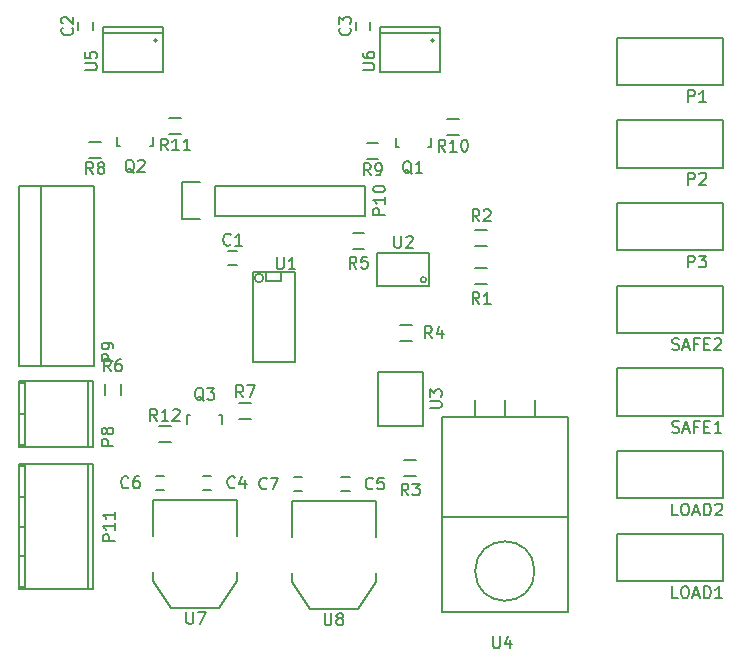
<source format=gto>
G04 #@! TF.FileFunction,Legend,Top*
%FSLAX46Y46*%
G04 Gerber Fmt 4.6, Leading zero omitted, Abs format (unit mm)*
G04 Created by KiCad (PCBNEW 4.0.5) date 02/23/17 22:12:15*
%MOMM*%
%LPD*%
G01*
G04 APERTURE LIST*
%ADD10C,0.100000*%
%ADD11C,0.150000*%
G04 APERTURE END LIST*
D10*
D11*
X138300000Y-94250000D02*
X137600000Y-94250000D01*
X137600000Y-93050000D02*
X138300000Y-93050000D01*
X126100000Y-73650000D02*
X126100000Y-74350000D01*
X124900000Y-74350000D02*
X124900000Y-73650000D01*
X149600000Y-73650000D02*
X149600000Y-74350000D01*
X148400000Y-74350000D02*
X148400000Y-73650000D01*
X135450000Y-112100000D02*
X136150000Y-112100000D01*
X136150000Y-113300000D02*
X135450000Y-113300000D01*
X147150000Y-112200000D02*
X147850000Y-112200000D01*
X147850000Y-113400000D02*
X147150000Y-113400000D01*
X132150000Y-113300000D02*
X131450000Y-113300000D01*
X131450000Y-112100000D02*
X132150000Y-112100000D01*
X143850000Y-113400000D02*
X143150000Y-113400000D01*
X143150000Y-112200000D02*
X143850000Y-112200000D01*
X170500000Y-117000000D02*
X179500000Y-117000000D01*
X179500000Y-117000000D02*
X179500000Y-121000000D01*
X179500000Y-121000000D02*
X170500000Y-121000000D01*
X170500000Y-121000000D02*
X170500000Y-117000000D01*
X170500000Y-110000000D02*
X179500000Y-110000000D01*
X179500000Y-110000000D02*
X179500000Y-114000000D01*
X179500000Y-114000000D02*
X170500000Y-114000000D01*
X170500000Y-114000000D02*
X170500000Y-110000000D01*
X170500000Y-75000000D02*
X179500000Y-75000000D01*
X179500000Y-75000000D02*
X179500000Y-79000000D01*
X179500000Y-79000000D02*
X170500000Y-79000000D01*
X170500000Y-79000000D02*
X170500000Y-75000000D01*
X170500000Y-82000000D02*
X179500000Y-82000000D01*
X179500000Y-82000000D02*
X179500000Y-86000000D01*
X179500000Y-86000000D02*
X170500000Y-86000000D01*
X170500000Y-86000000D02*
X170500000Y-82000000D01*
X170500000Y-89000000D02*
X179500000Y-89000000D01*
X179500000Y-89000000D02*
X179500000Y-93000000D01*
X179500000Y-93000000D02*
X170500000Y-93000000D01*
X170500000Y-93000000D02*
X170500000Y-89000000D01*
X120399040Y-109669080D02*
X120399040Y-104070920D01*
X119901200Y-104269040D02*
X120399040Y-104269040D01*
X120399040Y-109470960D02*
X119901200Y-109470960D01*
X119901200Y-106870000D02*
X120399040Y-106870000D01*
X125700020Y-104070920D02*
X125700020Y-109669080D01*
X119901200Y-104070920D02*
X119901200Y-109669080D01*
X119901200Y-109669080D02*
X126098800Y-109669080D01*
X126098800Y-109669080D02*
X126098800Y-104070920D01*
X126098800Y-104070920D02*
X119901200Y-104070920D01*
X126175000Y-95200000D02*
X126175000Y-87580000D01*
X121730000Y-95200000D02*
X121730000Y-87580000D01*
X119825000Y-95200000D02*
X119825000Y-87580000D01*
X119825000Y-102820000D02*
X126175000Y-102820000D01*
X119825000Y-87580000D02*
X126175000Y-87580000D01*
X121730000Y-95200000D02*
X121730000Y-102820000D01*
X119825000Y-102820000D02*
X119825000Y-95200000D01*
X126175000Y-95200000D02*
X126175000Y-102820000D01*
X136470000Y-87530000D02*
X149170000Y-87530000D01*
X149170000Y-87530000D02*
X149170000Y-90070000D01*
X149170000Y-90070000D02*
X136470000Y-90070000D01*
X133650000Y-87250000D02*
X135200000Y-87250000D01*
X136470000Y-87530000D02*
X136470000Y-90070000D01*
X135200000Y-90350000D02*
X133650000Y-90350000D01*
X133650000Y-90350000D02*
X133650000Y-87250000D01*
X126098800Y-121710980D02*
X126098800Y-111109020D01*
X125700020Y-111109020D02*
X125700020Y-121710980D01*
X120399040Y-111109020D02*
X120399040Y-121710980D01*
X119901200Y-121710980D02*
X119901200Y-111109020D01*
X120399040Y-118906820D02*
X119901200Y-118906820D01*
X120399040Y-116410000D02*
X119901200Y-116410000D01*
X119901200Y-111312220D02*
X120399040Y-111312220D01*
X120399040Y-121510320D02*
X119901200Y-121510320D01*
X119901200Y-113913180D02*
X120399040Y-113913180D01*
X119901200Y-121708440D02*
X126098800Y-121708440D01*
X126098800Y-111114100D02*
X119901200Y-111114100D01*
X151969888Y-84225240D02*
X152018148Y-84225240D01*
X154768868Y-83524200D02*
X154768868Y-84225240D01*
X154768868Y-84225240D02*
X154519948Y-84225240D01*
X151969888Y-84225240D02*
X151769228Y-84225240D01*
X151769228Y-84225240D02*
X151769228Y-83524200D01*
X128400840Y-84150240D02*
X128449100Y-84150240D01*
X131199820Y-83449200D02*
X131199820Y-84150240D01*
X131199820Y-84150240D02*
X130950900Y-84150240D01*
X128400840Y-84150240D02*
X128200180Y-84150240D01*
X128200180Y-84150240D02*
X128200180Y-83449200D01*
X136870112Y-106974760D02*
X136821852Y-106974760D01*
X134071132Y-107675800D02*
X134071132Y-106974760D01*
X134071132Y-106974760D02*
X134320052Y-106974760D01*
X136870112Y-106974760D02*
X137070772Y-106974760D01*
X137070772Y-106974760D02*
X137070772Y-107675800D01*
X158500000Y-94525000D02*
X159500000Y-94525000D01*
X159500000Y-95875000D02*
X158500000Y-95875000D01*
X159500000Y-92675000D02*
X158500000Y-92675000D01*
X158500000Y-91325000D02*
X159500000Y-91325000D01*
X152500000Y-110725000D02*
X153500000Y-110725000D01*
X153500000Y-112075000D02*
X152500000Y-112075000D01*
X152100000Y-99325000D02*
X153100000Y-99325000D01*
X153100000Y-100675000D02*
X152100000Y-100675000D01*
X148100000Y-91525000D02*
X149100000Y-91525000D01*
X149100000Y-92875000D02*
X148100000Y-92875000D01*
X127125000Y-105300000D02*
X127125000Y-104300000D01*
X128475000Y-104300000D02*
X128475000Y-105300000D01*
X139500000Y-107275000D02*
X138500000Y-107275000D01*
X138500000Y-105925000D02*
X139500000Y-105925000D01*
X125800000Y-83825000D02*
X126800000Y-83825000D01*
X126800000Y-85175000D02*
X125800000Y-85175000D01*
X149300000Y-83925000D02*
X150300000Y-83925000D01*
X150300000Y-85275000D02*
X149300000Y-85275000D01*
X157100000Y-83275000D02*
X156100000Y-83275000D01*
X156100000Y-81925000D02*
X157100000Y-81925000D01*
X133600000Y-83175000D02*
X132600000Y-83175000D01*
X132600000Y-81825000D02*
X133600000Y-81825000D01*
X131700000Y-107925000D02*
X132700000Y-107925000D01*
X132700000Y-109275000D02*
X131700000Y-109275000D01*
X170500000Y-103000000D02*
X179500000Y-103000000D01*
X179500000Y-103000000D02*
X179500000Y-107000000D01*
X179500000Y-107000000D02*
X170500000Y-107000000D01*
X170500000Y-107000000D02*
X170500000Y-103000000D01*
X170500000Y-96000000D02*
X179500000Y-96000000D01*
X179500000Y-96000000D02*
X179500000Y-100000000D01*
X179500000Y-100000000D02*
X170500000Y-100000000D01*
X170500000Y-100000000D02*
X170500000Y-96000000D01*
X143228000Y-102460000D02*
X143228000Y-94840000D01*
X139672000Y-94840000D02*
X139672000Y-102460000D01*
X143228000Y-102460000D02*
X139672000Y-102460000D01*
X139672000Y-94840000D02*
X143228000Y-94840000D01*
X140539210Y-95348000D02*
G75*
G03X140539210Y-95348000I-359210J0D01*
G01*
X142085000Y-94840000D02*
X142085000Y-95602000D01*
X142085000Y-95602000D02*
X140815000Y-95602000D01*
X140815000Y-95602000D02*
X140815000Y-94840000D01*
X154323607Y-95500000D02*
G75*
G03X154323607Y-95500000I-223607J0D01*
G01*
X154600000Y-96000000D02*
X154600000Y-93200000D01*
X154600000Y-93200000D02*
X150200000Y-93200000D01*
X150200000Y-93200000D02*
X150200000Y-96000000D01*
X150200000Y-96000000D02*
X154600000Y-96000000D01*
X150300000Y-103350000D02*
X150300000Y-107850000D01*
X150300000Y-107850000D02*
X154050000Y-107850000D01*
X150300000Y-103350000D02*
X154050000Y-103350000D01*
X154050000Y-103350000D02*
X154050000Y-107850000D01*
X163540000Y-107083000D02*
X163540000Y-105686000D01*
X161000000Y-107083000D02*
X161000000Y-105686000D01*
X158460000Y-107083000D02*
X158460000Y-105686000D01*
X163514472Y-120164000D02*
G75*
G03X163514472Y-120164000I-2514472J0D01*
G01*
X155666000Y-115592000D02*
X155666000Y-123593000D01*
X155666000Y-123593000D02*
X166334000Y-123593000D01*
X166334000Y-123593000D02*
X166334000Y-115592000D01*
X155666000Y-107083000D02*
X155666000Y-115592000D01*
X155666000Y-115592000D02*
X166334000Y-115592000D01*
X166334000Y-115592000D02*
X166334000Y-107083000D01*
X161000000Y-107083000D02*
X166334000Y-107083000D01*
X161000000Y-107083000D02*
X155666000Y-107083000D01*
X131532000Y-75238000D02*
G75*
G03X131532000Y-75238000I-127000J0D01*
G01*
X132040000Y-74603000D02*
X126960000Y-74603000D01*
X132040000Y-77905000D02*
X126960000Y-77905000D01*
X132040000Y-74095000D02*
X126960000Y-74095000D01*
X132040000Y-74095000D02*
X132040000Y-77905000D01*
X126960000Y-74095000D02*
X126960000Y-77905000D01*
X155032000Y-75238000D02*
G75*
G03X155032000Y-75238000I-127000J0D01*
G01*
X155540000Y-74603000D02*
X150460000Y-74603000D01*
X155540000Y-77905000D02*
X150460000Y-77905000D01*
X155540000Y-74095000D02*
X150460000Y-74095000D01*
X155540000Y-74095000D02*
X155540000Y-77905000D01*
X150460000Y-74095000D02*
X150460000Y-77905000D01*
X138356000Y-117176000D02*
X138356000Y-114128000D01*
X138356000Y-114128000D02*
X131244000Y-114128000D01*
X131244000Y-114128000D02*
X131244000Y-117176000D01*
X138356000Y-120224000D02*
X138356000Y-120986000D01*
X138356000Y-120986000D02*
X136832000Y-123272000D01*
X136832000Y-123272000D02*
X132768000Y-123272000D01*
X132768000Y-123272000D02*
X131244000Y-120986000D01*
X131244000Y-120986000D02*
X131244000Y-120224000D01*
X150056000Y-117276000D02*
X150056000Y-114228000D01*
X150056000Y-114228000D02*
X142944000Y-114228000D01*
X142944000Y-114228000D02*
X142944000Y-117276000D01*
X150056000Y-120324000D02*
X150056000Y-121086000D01*
X150056000Y-121086000D02*
X148532000Y-123372000D01*
X148532000Y-123372000D02*
X144468000Y-123372000D01*
X144468000Y-123372000D02*
X142944000Y-121086000D01*
X142944000Y-121086000D02*
X142944000Y-120324000D01*
X137783334Y-92507143D02*
X137735715Y-92554762D01*
X137592858Y-92602381D01*
X137497620Y-92602381D01*
X137354762Y-92554762D01*
X137259524Y-92459524D01*
X137211905Y-92364286D01*
X137164286Y-92173810D01*
X137164286Y-92030952D01*
X137211905Y-91840476D01*
X137259524Y-91745238D01*
X137354762Y-91650000D01*
X137497620Y-91602381D01*
X137592858Y-91602381D01*
X137735715Y-91650000D01*
X137783334Y-91697619D01*
X138735715Y-92602381D02*
X138164286Y-92602381D01*
X138450000Y-92602381D02*
X138450000Y-91602381D01*
X138354762Y-91745238D01*
X138259524Y-91840476D01*
X138164286Y-91888095D01*
X124357143Y-74166666D02*
X124404762Y-74214285D01*
X124452381Y-74357142D01*
X124452381Y-74452380D01*
X124404762Y-74595238D01*
X124309524Y-74690476D01*
X124214286Y-74738095D01*
X124023810Y-74785714D01*
X123880952Y-74785714D01*
X123690476Y-74738095D01*
X123595238Y-74690476D01*
X123500000Y-74595238D01*
X123452381Y-74452380D01*
X123452381Y-74357142D01*
X123500000Y-74214285D01*
X123547619Y-74166666D01*
X123547619Y-73785714D02*
X123500000Y-73738095D01*
X123452381Y-73642857D01*
X123452381Y-73404761D01*
X123500000Y-73309523D01*
X123547619Y-73261904D01*
X123642857Y-73214285D01*
X123738095Y-73214285D01*
X123880952Y-73261904D01*
X124452381Y-73833333D01*
X124452381Y-73214285D01*
X147857143Y-74166666D02*
X147904762Y-74214285D01*
X147952381Y-74357142D01*
X147952381Y-74452380D01*
X147904762Y-74595238D01*
X147809524Y-74690476D01*
X147714286Y-74738095D01*
X147523810Y-74785714D01*
X147380952Y-74785714D01*
X147190476Y-74738095D01*
X147095238Y-74690476D01*
X147000000Y-74595238D01*
X146952381Y-74452380D01*
X146952381Y-74357142D01*
X147000000Y-74214285D01*
X147047619Y-74166666D01*
X146952381Y-73833333D02*
X146952381Y-73214285D01*
X147333333Y-73547619D01*
X147333333Y-73404761D01*
X147380952Y-73309523D01*
X147428571Y-73261904D01*
X147523810Y-73214285D01*
X147761905Y-73214285D01*
X147857143Y-73261904D01*
X147904762Y-73309523D01*
X147952381Y-73404761D01*
X147952381Y-73690476D01*
X147904762Y-73785714D01*
X147857143Y-73833333D01*
X138133334Y-113057143D02*
X138085715Y-113104762D01*
X137942858Y-113152381D01*
X137847620Y-113152381D01*
X137704762Y-113104762D01*
X137609524Y-113009524D01*
X137561905Y-112914286D01*
X137514286Y-112723810D01*
X137514286Y-112580952D01*
X137561905Y-112390476D01*
X137609524Y-112295238D01*
X137704762Y-112200000D01*
X137847620Y-112152381D01*
X137942858Y-112152381D01*
X138085715Y-112200000D01*
X138133334Y-112247619D01*
X138990477Y-112485714D02*
X138990477Y-113152381D01*
X138752381Y-112104762D02*
X138514286Y-112819048D01*
X139133334Y-112819048D01*
X149833334Y-113157143D02*
X149785715Y-113204762D01*
X149642858Y-113252381D01*
X149547620Y-113252381D01*
X149404762Y-113204762D01*
X149309524Y-113109524D01*
X149261905Y-113014286D01*
X149214286Y-112823810D01*
X149214286Y-112680952D01*
X149261905Y-112490476D01*
X149309524Y-112395238D01*
X149404762Y-112300000D01*
X149547620Y-112252381D01*
X149642858Y-112252381D01*
X149785715Y-112300000D01*
X149833334Y-112347619D01*
X150738096Y-112252381D02*
X150261905Y-112252381D01*
X150214286Y-112728571D01*
X150261905Y-112680952D01*
X150357143Y-112633333D01*
X150595239Y-112633333D01*
X150690477Y-112680952D01*
X150738096Y-112728571D01*
X150785715Y-112823810D01*
X150785715Y-113061905D01*
X150738096Y-113157143D01*
X150690477Y-113204762D01*
X150595239Y-113252381D01*
X150357143Y-113252381D01*
X150261905Y-113204762D01*
X150214286Y-113157143D01*
X129133334Y-113057143D02*
X129085715Y-113104762D01*
X128942858Y-113152381D01*
X128847620Y-113152381D01*
X128704762Y-113104762D01*
X128609524Y-113009524D01*
X128561905Y-112914286D01*
X128514286Y-112723810D01*
X128514286Y-112580952D01*
X128561905Y-112390476D01*
X128609524Y-112295238D01*
X128704762Y-112200000D01*
X128847620Y-112152381D01*
X128942858Y-112152381D01*
X129085715Y-112200000D01*
X129133334Y-112247619D01*
X129990477Y-112152381D02*
X129800000Y-112152381D01*
X129704762Y-112200000D01*
X129657143Y-112247619D01*
X129561905Y-112390476D01*
X129514286Y-112580952D01*
X129514286Y-112961905D01*
X129561905Y-113057143D01*
X129609524Y-113104762D01*
X129704762Y-113152381D01*
X129895239Y-113152381D01*
X129990477Y-113104762D01*
X130038096Y-113057143D01*
X130085715Y-112961905D01*
X130085715Y-112723810D01*
X130038096Y-112628571D01*
X129990477Y-112580952D01*
X129895239Y-112533333D01*
X129704762Y-112533333D01*
X129609524Y-112580952D01*
X129561905Y-112628571D01*
X129514286Y-112723810D01*
X140833334Y-113157143D02*
X140785715Y-113204762D01*
X140642858Y-113252381D01*
X140547620Y-113252381D01*
X140404762Y-113204762D01*
X140309524Y-113109524D01*
X140261905Y-113014286D01*
X140214286Y-112823810D01*
X140214286Y-112680952D01*
X140261905Y-112490476D01*
X140309524Y-112395238D01*
X140404762Y-112300000D01*
X140547620Y-112252381D01*
X140642858Y-112252381D01*
X140785715Y-112300000D01*
X140833334Y-112347619D01*
X141166667Y-112252381D02*
X141833334Y-112252381D01*
X141404762Y-113252381D01*
X175630953Y-122452381D02*
X175154762Y-122452381D01*
X175154762Y-121452381D01*
X176154762Y-121452381D02*
X176345239Y-121452381D01*
X176440477Y-121500000D01*
X176535715Y-121595238D01*
X176583334Y-121785714D01*
X176583334Y-122119048D01*
X176535715Y-122309524D01*
X176440477Y-122404762D01*
X176345239Y-122452381D01*
X176154762Y-122452381D01*
X176059524Y-122404762D01*
X175964286Y-122309524D01*
X175916667Y-122119048D01*
X175916667Y-121785714D01*
X175964286Y-121595238D01*
X176059524Y-121500000D01*
X176154762Y-121452381D01*
X176964286Y-122166667D02*
X177440477Y-122166667D01*
X176869048Y-122452381D02*
X177202381Y-121452381D01*
X177535715Y-122452381D01*
X177869048Y-122452381D02*
X177869048Y-121452381D01*
X178107143Y-121452381D01*
X178250001Y-121500000D01*
X178345239Y-121595238D01*
X178392858Y-121690476D01*
X178440477Y-121880952D01*
X178440477Y-122023810D01*
X178392858Y-122214286D01*
X178345239Y-122309524D01*
X178250001Y-122404762D01*
X178107143Y-122452381D01*
X177869048Y-122452381D01*
X179392858Y-122452381D02*
X178821429Y-122452381D01*
X179107143Y-122452381D02*
X179107143Y-121452381D01*
X179011905Y-121595238D01*
X178916667Y-121690476D01*
X178821429Y-121738095D01*
X175630953Y-115452381D02*
X175154762Y-115452381D01*
X175154762Y-114452381D01*
X176154762Y-114452381D02*
X176345239Y-114452381D01*
X176440477Y-114500000D01*
X176535715Y-114595238D01*
X176583334Y-114785714D01*
X176583334Y-115119048D01*
X176535715Y-115309524D01*
X176440477Y-115404762D01*
X176345239Y-115452381D01*
X176154762Y-115452381D01*
X176059524Y-115404762D01*
X175964286Y-115309524D01*
X175916667Y-115119048D01*
X175916667Y-114785714D01*
X175964286Y-114595238D01*
X176059524Y-114500000D01*
X176154762Y-114452381D01*
X176964286Y-115166667D02*
X177440477Y-115166667D01*
X176869048Y-115452381D02*
X177202381Y-114452381D01*
X177535715Y-115452381D01*
X177869048Y-115452381D02*
X177869048Y-114452381D01*
X178107143Y-114452381D01*
X178250001Y-114500000D01*
X178345239Y-114595238D01*
X178392858Y-114690476D01*
X178440477Y-114880952D01*
X178440477Y-115023810D01*
X178392858Y-115214286D01*
X178345239Y-115309524D01*
X178250001Y-115404762D01*
X178107143Y-115452381D01*
X177869048Y-115452381D01*
X178821429Y-114547619D02*
X178869048Y-114500000D01*
X178964286Y-114452381D01*
X179202382Y-114452381D01*
X179297620Y-114500000D01*
X179345239Y-114547619D01*
X179392858Y-114642857D01*
X179392858Y-114738095D01*
X179345239Y-114880952D01*
X178773810Y-115452381D01*
X179392858Y-115452381D01*
X176511905Y-80452381D02*
X176511905Y-79452381D01*
X176892858Y-79452381D01*
X176988096Y-79500000D01*
X177035715Y-79547619D01*
X177083334Y-79642857D01*
X177083334Y-79785714D01*
X177035715Y-79880952D01*
X176988096Y-79928571D01*
X176892858Y-79976190D01*
X176511905Y-79976190D01*
X178035715Y-80452381D02*
X177464286Y-80452381D01*
X177750000Y-80452381D02*
X177750000Y-79452381D01*
X177654762Y-79595238D01*
X177559524Y-79690476D01*
X177464286Y-79738095D01*
X176511905Y-87452381D02*
X176511905Y-86452381D01*
X176892858Y-86452381D01*
X176988096Y-86500000D01*
X177035715Y-86547619D01*
X177083334Y-86642857D01*
X177083334Y-86785714D01*
X177035715Y-86880952D01*
X176988096Y-86928571D01*
X176892858Y-86976190D01*
X176511905Y-86976190D01*
X177464286Y-86547619D02*
X177511905Y-86500000D01*
X177607143Y-86452381D01*
X177845239Y-86452381D01*
X177940477Y-86500000D01*
X177988096Y-86547619D01*
X178035715Y-86642857D01*
X178035715Y-86738095D01*
X177988096Y-86880952D01*
X177416667Y-87452381D01*
X178035715Y-87452381D01*
X176511905Y-94452381D02*
X176511905Y-93452381D01*
X176892858Y-93452381D01*
X176988096Y-93500000D01*
X177035715Y-93547619D01*
X177083334Y-93642857D01*
X177083334Y-93785714D01*
X177035715Y-93880952D01*
X176988096Y-93928571D01*
X176892858Y-93976190D01*
X176511905Y-93976190D01*
X177416667Y-93452381D02*
X178035715Y-93452381D01*
X177702381Y-93833333D01*
X177845239Y-93833333D01*
X177940477Y-93880952D01*
X177988096Y-93928571D01*
X178035715Y-94023810D01*
X178035715Y-94261905D01*
X177988096Y-94357143D01*
X177940477Y-94404762D01*
X177845239Y-94452381D01*
X177559524Y-94452381D01*
X177464286Y-94404762D01*
X177416667Y-94357143D01*
X127852381Y-109538095D02*
X126852381Y-109538095D01*
X126852381Y-109157142D01*
X126900000Y-109061904D01*
X126947619Y-109014285D01*
X127042857Y-108966666D01*
X127185714Y-108966666D01*
X127280952Y-109014285D01*
X127328571Y-109061904D01*
X127376190Y-109157142D01*
X127376190Y-109538095D01*
X127280952Y-108395238D02*
X127233333Y-108490476D01*
X127185714Y-108538095D01*
X127090476Y-108585714D01*
X127042857Y-108585714D01*
X126947619Y-108538095D01*
X126900000Y-108490476D01*
X126852381Y-108395238D01*
X126852381Y-108204761D01*
X126900000Y-108109523D01*
X126947619Y-108061904D01*
X127042857Y-108014285D01*
X127090476Y-108014285D01*
X127185714Y-108061904D01*
X127233333Y-108109523D01*
X127280952Y-108204761D01*
X127280952Y-108395238D01*
X127328571Y-108490476D01*
X127376190Y-108538095D01*
X127471429Y-108585714D01*
X127661905Y-108585714D01*
X127757143Y-108538095D01*
X127804762Y-108490476D01*
X127852381Y-108395238D01*
X127852381Y-108204761D01*
X127804762Y-108109523D01*
X127757143Y-108061904D01*
X127661905Y-108014285D01*
X127471429Y-108014285D01*
X127376190Y-108061904D01*
X127328571Y-108109523D01*
X127280952Y-108204761D01*
X127852381Y-102338095D02*
X126852381Y-102338095D01*
X126852381Y-101957142D01*
X126900000Y-101861904D01*
X126947619Y-101814285D01*
X127042857Y-101766666D01*
X127185714Y-101766666D01*
X127280952Y-101814285D01*
X127328571Y-101861904D01*
X127376190Y-101957142D01*
X127376190Y-102338095D01*
X127852381Y-101290476D02*
X127852381Y-101100000D01*
X127804762Y-101004761D01*
X127757143Y-100957142D01*
X127614286Y-100861904D01*
X127423810Y-100814285D01*
X127042857Y-100814285D01*
X126947619Y-100861904D01*
X126900000Y-100909523D01*
X126852381Y-101004761D01*
X126852381Y-101195238D01*
X126900000Y-101290476D01*
X126947619Y-101338095D01*
X127042857Y-101385714D01*
X127280952Y-101385714D01*
X127376190Y-101338095D01*
X127423810Y-101290476D01*
X127471429Y-101195238D01*
X127471429Y-101004761D01*
X127423810Y-100909523D01*
X127376190Y-100861904D01*
X127280952Y-100814285D01*
X150852381Y-90014286D02*
X149852381Y-90014286D01*
X149852381Y-89633333D01*
X149900000Y-89538095D01*
X149947619Y-89490476D01*
X150042857Y-89442857D01*
X150185714Y-89442857D01*
X150280952Y-89490476D01*
X150328571Y-89538095D01*
X150376190Y-89633333D01*
X150376190Y-90014286D01*
X150852381Y-88490476D02*
X150852381Y-89061905D01*
X150852381Y-88776191D02*
X149852381Y-88776191D01*
X149995238Y-88871429D01*
X150090476Y-88966667D01*
X150138095Y-89061905D01*
X149852381Y-87871429D02*
X149852381Y-87776190D01*
X149900000Y-87680952D01*
X149947619Y-87633333D01*
X150042857Y-87585714D01*
X150233333Y-87538095D01*
X150471429Y-87538095D01*
X150661905Y-87585714D01*
X150757143Y-87633333D01*
X150804762Y-87680952D01*
X150852381Y-87776190D01*
X150852381Y-87871429D01*
X150804762Y-87966667D01*
X150757143Y-88014286D01*
X150661905Y-88061905D01*
X150471429Y-88109524D01*
X150233333Y-88109524D01*
X150042857Y-88061905D01*
X149947619Y-88014286D01*
X149900000Y-87966667D01*
X149852381Y-87871429D01*
X127953261Y-117624286D02*
X126953261Y-117624286D01*
X126953261Y-117243333D01*
X127000880Y-117148095D01*
X127048499Y-117100476D01*
X127143737Y-117052857D01*
X127286594Y-117052857D01*
X127381832Y-117100476D01*
X127429451Y-117148095D01*
X127477070Y-117243333D01*
X127477070Y-117624286D01*
X127953261Y-116100476D02*
X127953261Y-116671905D01*
X127953261Y-116386191D02*
X126953261Y-116386191D01*
X127096118Y-116481429D01*
X127191356Y-116576667D01*
X127238975Y-116671905D01*
X127953261Y-115148095D02*
X127953261Y-115719524D01*
X127953261Y-115433810D02*
X126953261Y-115433810D01*
X127096118Y-115529048D01*
X127191356Y-115624286D01*
X127238975Y-115719524D01*
X153104762Y-86547619D02*
X153009524Y-86500000D01*
X152914286Y-86404762D01*
X152771429Y-86261905D01*
X152676190Y-86214286D01*
X152580952Y-86214286D01*
X152628571Y-86452381D02*
X152533333Y-86404762D01*
X152438095Y-86309524D01*
X152390476Y-86119048D01*
X152390476Y-85785714D01*
X152438095Y-85595238D01*
X152533333Y-85500000D01*
X152628571Y-85452381D01*
X152819048Y-85452381D01*
X152914286Y-85500000D01*
X153009524Y-85595238D01*
X153057143Y-85785714D01*
X153057143Y-86119048D01*
X153009524Y-86309524D01*
X152914286Y-86404762D01*
X152819048Y-86452381D01*
X152628571Y-86452381D01*
X154009524Y-86452381D02*
X153438095Y-86452381D01*
X153723809Y-86452381D02*
X153723809Y-85452381D01*
X153628571Y-85595238D01*
X153533333Y-85690476D01*
X153438095Y-85738095D01*
X129604762Y-86447619D02*
X129509524Y-86400000D01*
X129414286Y-86304762D01*
X129271429Y-86161905D01*
X129176190Y-86114286D01*
X129080952Y-86114286D01*
X129128571Y-86352381D02*
X129033333Y-86304762D01*
X128938095Y-86209524D01*
X128890476Y-86019048D01*
X128890476Y-85685714D01*
X128938095Y-85495238D01*
X129033333Y-85400000D01*
X129128571Y-85352381D01*
X129319048Y-85352381D01*
X129414286Y-85400000D01*
X129509524Y-85495238D01*
X129557143Y-85685714D01*
X129557143Y-86019048D01*
X129509524Y-86209524D01*
X129414286Y-86304762D01*
X129319048Y-86352381D01*
X129128571Y-86352381D01*
X129938095Y-85447619D02*
X129985714Y-85400000D01*
X130080952Y-85352381D01*
X130319048Y-85352381D01*
X130414286Y-85400000D01*
X130461905Y-85447619D01*
X130509524Y-85542857D01*
X130509524Y-85638095D01*
X130461905Y-85780952D01*
X129890476Y-86352381D01*
X130509524Y-86352381D01*
X135504762Y-105747619D02*
X135409524Y-105700000D01*
X135314286Y-105604762D01*
X135171429Y-105461905D01*
X135076190Y-105414286D01*
X134980952Y-105414286D01*
X135028571Y-105652381D02*
X134933333Y-105604762D01*
X134838095Y-105509524D01*
X134790476Y-105319048D01*
X134790476Y-104985714D01*
X134838095Y-104795238D01*
X134933333Y-104700000D01*
X135028571Y-104652381D01*
X135219048Y-104652381D01*
X135314286Y-104700000D01*
X135409524Y-104795238D01*
X135457143Y-104985714D01*
X135457143Y-105319048D01*
X135409524Y-105509524D01*
X135314286Y-105604762D01*
X135219048Y-105652381D01*
X135028571Y-105652381D01*
X135790476Y-104652381D02*
X136409524Y-104652381D01*
X136076190Y-105033333D01*
X136219048Y-105033333D01*
X136314286Y-105080952D01*
X136361905Y-105128571D01*
X136409524Y-105223810D01*
X136409524Y-105461905D01*
X136361905Y-105557143D01*
X136314286Y-105604762D01*
X136219048Y-105652381D01*
X135933333Y-105652381D01*
X135838095Y-105604762D01*
X135790476Y-105557143D01*
X158833334Y-97552381D02*
X158500000Y-97076190D01*
X158261905Y-97552381D02*
X158261905Y-96552381D01*
X158642858Y-96552381D01*
X158738096Y-96600000D01*
X158785715Y-96647619D01*
X158833334Y-96742857D01*
X158833334Y-96885714D01*
X158785715Y-96980952D01*
X158738096Y-97028571D01*
X158642858Y-97076190D01*
X158261905Y-97076190D01*
X159785715Y-97552381D02*
X159214286Y-97552381D01*
X159500000Y-97552381D02*
X159500000Y-96552381D01*
X159404762Y-96695238D01*
X159309524Y-96790476D01*
X159214286Y-96838095D01*
X158833334Y-90552381D02*
X158500000Y-90076190D01*
X158261905Y-90552381D02*
X158261905Y-89552381D01*
X158642858Y-89552381D01*
X158738096Y-89600000D01*
X158785715Y-89647619D01*
X158833334Y-89742857D01*
X158833334Y-89885714D01*
X158785715Y-89980952D01*
X158738096Y-90028571D01*
X158642858Y-90076190D01*
X158261905Y-90076190D01*
X159214286Y-89647619D02*
X159261905Y-89600000D01*
X159357143Y-89552381D01*
X159595239Y-89552381D01*
X159690477Y-89600000D01*
X159738096Y-89647619D01*
X159785715Y-89742857D01*
X159785715Y-89838095D01*
X159738096Y-89980952D01*
X159166667Y-90552381D01*
X159785715Y-90552381D01*
X152833334Y-113752381D02*
X152500000Y-113276190D01*
X152261905Y-113752381D02*
X152261905Y-112752381D01*
X152642858Y-112752381D01*
X152738096Y-112800000D01*
X152785715Y-112847619D01*
X152833334Y-112942857D01*
X152833334Y-113085714D01*
X152785715Y-113180952D01*
X152738096Y-113228571D01*
X152642858Y-113276190D01*
X152261905Y-113276190D01*
X153166667Y-112752381D02*
X153785715Y-112752381D01*
X153452381Y-113133333D01*
X153595239Y-113133333D01*
X153690477Y-113180952D01*
X153738096Y-113228571D01*
X153785715Y-113323810D01*
X153785715Y-113561905D01*
X153738096Y-113657143D01*
X153690477Y-113704762D01*
X153595239Y-113752381D01*
X153309524Y-113752381D01*
X153214286Y-113704762D01*
X153166667Y-113657143D01*
X154833334Y-100452381D02*
X154500000Y-99976190D01*
X154261905Y-100452381D02*
X154261905Y-99452381D01*
X154642858Y-99452381D01*
X154738096Y-99500000D01*
X154785715Y-99547619D01*
X154833334Y-99642857D01*
X154833334Y-99785714D01*
X154785715Y-99880952D01*
X154738096Y-99928571D01*
X154642858Y-99976190D01*
X154261905Y-99976190D01*
X155690477Y-99785714D02*
X155690477Y-100452381D01*
X155452381Y-99404762D02*
X155214286Y-100119048D01*
X155833334Y-100119048D01*
X148433334Y-94552381D02*
X148100000Y-94076190D01*
X147861905Y-94552381D02*
X147861905Y-93552381D01*
X148242858Y-93552381D01*
X148338096Y-93600000D01*
X148385715Y-93647619D01*
X148433334Y-93742857D01*
X148433334Y-93885714D01*
X148385715Y-93980952D01*
X148338096Y-94028571D01*
X148242858Y-94076190D01*
X147861905Y-94076190D01*
X149338096Y-93552381D02*
X148861905Y-93552381D01*
X148814286Y-94028571D01*
X148861905Y-93980952D01*
X148957143Y-93933333D01*
X149195239Y-93933333D01*
X149290477Y-93980952D01*
X149338096Y-94028571D01*
X149385715Y-94123810D01*
X149385715Y-94361905D01*
X149338096Y-94457143D01*
X149290477Y-94504762D01*
X149195239Y-94552381D01*
X148957143Y-94552381D01*
X148861905Y-94504762D01*
X148814286Y-94457143D01*
X127633334Y-103252381D02*
X127300000Y-102776190D01*
X127061905Y-103252381D02*
X127061905Y-102252381D01*
X127442858Y-102252381D01*
X127538096Y-102300000D01*
X127585715Y-102347619D01*
X127633334Y-102442857D01*
X127633334Y-102585714D01*
X127585715Y-102680952D01*
X127538096Y-102728571D01*
X127442858Y-102776190D01*
X127061905Y-102776190D01*
X128490477Y-102252381D02*
X128300000Y-102252381D01*
X128204762Y-102300000D01*
X128157143Y-102347619D01*
X128061905Y-102490476D01*
X128014286Y-102680952D01*
X128014286Y-103061905D01*
X128061905Y-103157143D01*
X128109524Y-103204762D01*
X128204762Y-103252381D01*
X128395239Y-103252381D01*
X128490477Y-103204762D01*
X128538096Y-103157143D01*
X128585715Y-103061905D01*
X128585715Y-102823810D01*
X128538096Y-102728571D01*
X128490477Y-102680952D01*
X128395239Y-102633333D01*
X128204762Y-102633333D01*
X128109524Y-102680952D01*
X128061905Y-102728571D01*
X128014286Y-102823810D01*
X138833334Y-105452381D02*
X138500000Y-104976190D01*
X138261905Y-105452381D02*
X138261905Y-104452381D01*
X138642858Y-104452381D01*
X138738096Y-104500000D01*
X138785715Y-104547619D01*
X138833334Y-104642857D01*
X138833334Y-104785714D01*
X138785715Y-104880952D01*
X138738096Y-104928571D01*
X138642858Y-104976190D01*
X138261905Y-104976190D01*
X139166667Y-104452381D02*
X139833334Y-104452381D01*
X139404762Y-105452381D01*
X126133334Y-86552381D02*
X125800000Y-86076190D01*
X125561905Y-86552381D02*
X125561905Y-85552381D01*
X125942858Y-85552381D01*
X126038096Y-85600000D01*
X126085715Y-85647619D01*
X126133334Y-85742857D01*
X126133334Y-85885714D01*
X126085715Y-85980952D01*
X126038096Y-86028571D01*
X125942858Y-86076190D01*
X125561905Y-86076190D01*
X126704762Y-85980952D02*
X126609524Y-85933333D01*
X126561905Y-85885714D01*
X126514286Y-85790476D01*
X126514286Y-85742857D01*
X126561905Y-85647619D01*
X126609524Y-85600000D01*
X126704762Y-85552381D01*
X126895239Y-85552381D01*
X126990477Y-85600000D01*
X127038096Y-85647619D01*
X127085715Y-85742857D01*
X127085715Y-85790476D01*
X127038096Y-85885714D01*
X126990477Y-85933333D01*
X126895239Y-85980952D01*
X126704762Y-85980952D01*
X126609524Y-86028571D01*
X126561905Y-86076190D01*
X126514286Y-86171429D01*
X126514286Y-86361905D01*
X126561905Y-86457143D01*
X126609524Y-86504762D01*
X126704762Y-86552381D01*
X126895239Y-86552381D01*
X126990477Y-86504762D01*
X127038096Y-86457143D01*
X127085715Y-86361905D01*
X127085715Y-86171429D01*
X127038096Y-86076190D01*
X126990477Y-86028571D01*
X126895239Y-85980952D01*
X149633334Y-86652381D02*
X149300000Y-86176190D01*
X149061905Y-86652381D02*
X149061905Y-85652381D01*
X149442858Y-85652381D01*
X149538096Y-85700000D01*
X149585715Y-85747619D01*
X149633334Y-85842857D01*
X149633334Y-85985714D01*
X149585715Y-86080952D01*
X149538096Y-86128571D01*
X149442858Y-86176190D01*
X149061905Y-86176190D01*
X150109524Y-86652381D02*
X150300000Y-86652381D01*
X150395239Y-86604762D01*
X150442858Y-86557143D01*
X150538096Y-86414286D01*
X150585715Y-86223810D01*
X150585715Y-85842857D01*
X150538096Y-85747619D01*
X150490477Y-85700000D01*
X150395239Y-85652381D01*
X150204762Y-85652381D01*
X150109524Y-85700000D01*
X150061905Y-85747619D01*
X150014286Y-85842857D01*
X150014286Y-86080952D01*
X150061905Y-86176190D01*
X150109524Y-86223810D01*
X150204762Y-86271429D01*
X150395239Y-86271429D01*
X150490477Y-86223810D01*
X150538096Y-86176190D01*
X150585715Y-86080952D01*
X155957143Y-84652381D02*
X155623809Y-84176190D01*
X155385714Y-84652381D02*
X155385714Y-83652381D01*
X155766667Y-83652381D01*
X155861905Y-83700000D01*
X155909524Y-83747619D01*
X155957143Y-83842857D01*
X155957143Y-83985714D01*
X155909524Y-84080952D01*
X155861905Y-84128571D01*
X155766667Y-84176190D01*
X155385714Y-84176190D01*
X156909524Y-84652381D02*
X156338095Y-84652381D01*
X156623809Y-84652381D02*
X156623809Y-83652381D01*
X156528571Y-83795238D01*
X156433333Y-83890476D01*
X156338095Y-83938095D01*
X157528571Y-83652381D02*
X157623810Y-83652381D01*
X157719048Y-83700000D01*
X157766667Y-83747619D01*
X157814286Y-83842857D01*
X157861905Y-84033333D01*
X157861905Y-84271429D01*
X157814286Y-84461905D01*
X157766667Y-84557143D01*
X157719048Y-84604762D01*
X157623810Y-84652381D01*
X157528571Y-84652381D01*
X157433333Y-84604762D01*
X157385714Y-84557143D01*
X157338095Y-84461905D01*
X157290476Y-84271429D01*
X157290476Y-84033333D01*
X157338095Y-83842857D01*
X157385714Y-83747619D01*
X157433333Y-83700000D01*
X157528571Y-83652381D01*
X132457143Y-84552381D02*
X132123809Y-84076190D01*
X131885714Y-84552381D02*
X131885714Y-83552381D01*
X132266667Y-83552381D01*
X132361905Y-83600000D01*
X132409524Y-83647619D01*
X132457143Y-83742857D01*
X132457143Y-83885714D01*
X132409524Y-83980952D01*
X132361905Y-84028571D01*
X132266667Y-84076190D01*
X131885714Y-84076190D01*
X133409524Y-84552381D02*
X132838095Y-84552381D01*
X133123809Y-84552381D02*
X133123809Y-83552381D01*
X133028571Y-83695238D01*
X132933333Y-83790476D01*
X132838095Y-83838095D01*
X134361905Y-84552381D02*
X133790476Y-84552381D01*
X134076190Y-84552381D02*
X134076190Y-83552381D01*
X133980952Y-83695238D01*
X133885714Y-83790476D01*
X133790476Y-83838095D01*
X131557143Y-107452381D02*
X131223809Y-106976190D01*
X130985714Y-107452381D02*
X130985714Y-106452381D01*
X131366667Y-106452381D01*
X131461905Y-106500000D01*
X131509524Y-106547619D01*
X131557143Y-106642857D01*
X131557143Y-106785714D01*
X131509524Y-106880952D01*
X131461905Y-106928571D01*
X131366667Y-106976190D01*
X130985714Y-106976190D01*
X132509524Y-107452381D02*
X131938095Y-107452381D01*
X132223809Y-107452381D02*
X132223809Y-106452381D01*
X132128571Y-106595238D01*
X132033333Y-106690476D01*
X131938095Y-106738095D01*
X132890476Y-106547619D02*
X132938095Y-106500000D01*
X133033333Y-106452381D01*
X133271429Y-106452381D01*
X133366667Y-106500000D01*
X133414286Y-106547619D01*
X133461905Y-106642857D01*
X133461905Y-106738095D01*
X133414286Y-106880952D01*
X132842857Y-107452381D01*
X133461905Y-107452381D01*
X175178571Y-108404762D02*
X175321428Y-108452381D01*
X175559524Y-108452381D01*
X175654762Y-108404762D01*
X175702381Y-108357143D01*
X175750000Y-108261905D01*
X175750000Y-108166667D01*
X175702381Y-108071429D01*
X175654762Y-108023810D01*
X175559524Y-107976190D01*
X175369047Y-107928571D01*
X175273809Y-107880952D01*
X175226190Y-107833333D01*
X175178571Y-107738095D01*
X175178571Y-107642857D01*
X175226190Y-107547619D01*
X175273809Y-107500000D01*
X175369047Y-107452381D01*
X175607143Y-107452381D01*
X175750000Y-107500000D01*
X176130952Y-108166667D02*
X176607143Y-108166667D01*
X176035714Y-108452381D02*
X176369047Y-107452381D01*
X176702381Y-108452381D01*
X177369048Y-107928571D02*
X177035714Y-107928571D01*
X177035714Y-108452381D02*
X177035714Y-107452381D01*
X177511905Y-107452381D01*
X177892857Y-107928571D02*
X178226191Y-107928571D01*
X178369048Y-108452381D02*
X177892857Y-108452381D01*
X177892857Y-107452381D01*
X178369048Y-107452381D01*
X179321429Y-108452381D02*
X178750000Y-108452381D01*
X179035714Y-108452381D02*
X179035714Y-107452381D01*
X178940476Y-107595238D01*
X178845238Y-107690476D01*
X178750000Y-107738095D01*
X175178571Y-101404762D02*
X175321428Y-101452381D01*
X175559524Y-101452381D01*
X175654762Y-101404762D01*
X175702381Y-101357143D01*
X175750000Y-101261905D01*
X175750000Y-101166667D01*
X175702381Y-101071429D01*
X175654762Y-101023810D01*
X175559524Y-100976190D01*
X175369047Y-100928571D01*
X175273809Y-100880952D01*
X175226190Y-100833333D01*
X175178571Y-100738095D01*
X175178571Y-100642857D01*
X175226190Y-100547619D01*
X175273809Y-100500000D01*
X175369047Y-100452381D01*
X175607143Y-100452381D01*
X175750000Y-100500000D01*
X176130952Y-101166667D02*
X176607143Y-101166667D01*
X176035714Y-101452381D02*
X176369047Y-100452381D01*
X176702381Y-101452381D01*
X177369048Y-100928571D02*
X177035714Y-100928571D01*
X177035714Y-101452381D02*
X177035714Y-100452381D01*
X177511905Y-100452381D01*
X177892857Y-100928571D02*
X178226191Y-100928571D01*
X178369048Y-101452381D02*
X177892857Y-101452381D01*
X177892857Y-100452381D01*
X178369048Y-100452381D01*
X178750000Y-100547619D02*
X178797619Y-100500000D01*
X178892857Y-100452381D01*
X179130953Y-100452381D01*
X179226191Y-100500000D01*
X179273810Y-100547619D01*
X179321429Y-100642857D01*
X179321429Y-100738095D01*
X179273810Y-100880952D01*
X178702381Y-101452381D01*
X179321429Y-101452381D01*
X141688095Y-93602381D02*
X141688095Y-94411905D01*
X141735714Y-94507143D01*
X141783333Y-94554762D01*
X141878571Y-94602381D01*
X142069048Y-94602381D01*
X142164286Y-94554762D01*
X142211905Y-94507143D01*
X142259524Y-94411905D01*
X142259524Y-93602381D01*
X143259524Y-94602381D02*
X142688095Y-94602381D01*
X142973809Y-94602381D02*
X142973809Y-93602381D01*
X142878571Y-93745238D01*
X142783333Y-93840476D01*
X142688095Y-93888095D01*
X151638095Y-91802381D02*
X151638095Y-92611905D01*
X151685714Y-92707143D01*
X151733333Y-92754762D01*
X151828571Y-92802381D01*
X152019048Y-92802381D01*
X152114286Y-92754762D01*
X152161905Y-92707143D01*
X152209524Y-92611905D01*
X152209524Y-91802381D01*
X152638095Y-91897619D02*
X152685714Y-91850000D01*
X152780952Y-91802381D01*
X153019048Y-91802381D01*
X153114286Y-91850000D01*
X153161905Y-91897619D01*
X153209524Y-91992857D01*
X153209524Y-92088095D01*
X153161905Y-92230952D01*
X152590476Y-92802381D01*
X153209524Y-92802381D01*
X154652381Y-106361905D02*
X155461905Y-106361905D01*
X155557143Y-106314286D01*
X155604762Y-106266667D01*
X155652381Y-106171429D01*
X155652381Y-105980952D01*
X155604762Y-105885714D01*
X155557143Y-105838095D01*
X155461905Y-105790476D01*
X154652381Y-105790476D01*
X154652381Y-105409524D02*
X154652381Y-104790476D01*
X155033333Y-105123810D01*
X155033333Y-104980952D01*
X155080952Y-104885714D01*
X155128571Y-104838095D01*
X155223810Y-104790476D01*
X155461905Y-104790476D01*
X155557143Y-104838095D01*
X155604762Y-104885714D01*
X155652381Y-104980952D01*
X155652381Y-105266667D01*
X155604762Y-105361905D01*
X155557143Y-105409524D01*
X159989175Y-125702221D02*
X159989175Y-126511745D01*
X160036794Y-126606983D01*
X160084413Y-126654602D01*
X160179651Y-126702221D01*
X160370128Y-126702221D01*
X160465366Y-126654602D01*
X160512985Y-126606983D01*
X160560604Y-126511745D01*
X160560604Y-125702221D01*
X161465366Y-126035554D02*
X161465366Y-126702221D01*
X161227270Y-125654602D02*
X160989175Y-126368888D01*
X161608223Y-126368888D01*
X125452381Y-77761905D02*
X126261905Y-77761905D01*
X126357143Y-77714286D01*
X126404762Y-77666667D01*
X126452381Y-77571429D01*
X126452381Y-77380952D01*
X126404762Y-77285714D01*
X126357143Y-77238095D01*
X126261905Y-77190476D01*
X125452381Y-77190476D01*
X125452381Y-76238095D02*
X125452381Y-76714286D01*
X125928571Y-76761905D01*
X125880952Y-76714286D01*
X125833333Y-76619048D01*
X125833333Y-76380952D01*
X125880952Y-76285714D01*
X125928571Y-76238095D01*
X126023810Y-76190476D01*
X126261905Y-76190476D01*
X126357143Y-76238095D01*
X126404762Y-76285714D01*
X126452381Y-76380952D01*
X126452381Y-76619048D01*
X126404762Y-76714286D01*
X126357143Y-76761905D01*
X148952381Y-77761905D02*
X149761905Y-77761905D01*
X149857143Y-77714286D01*
X149904762Y-77666667D01*
X149952381Y-77571429D01*
X149952381Y-77380952D01*
X149904762Y-77285714D01*
X149857143Y-77238095D01*
X149761905Y-77190476D01*
X148952381Y-77190476D01*
X148952381Y-76285714D02*
X148952381Y-76476191D01*
X149000000Y-76571429D01*
X149047619Y-76619048D01*
X149190476Y-76714286D01*
X149380952Y-76761905D01*
X149761905Y-76761905D01*
X149857143Y-76714286D01*
X149904762Y-76666667D01*
X149952381Y-76571429D01*
X149952381Y-76380952D01*
X149904762Y-76285714D01*
X149857143Y-76238095D01*
X149761905Y-76190476D01*
X149523810Y-76190476D01*
X149428571Y-76238095D01*
X149380952Y-76285714D01*
X149333333Y-76380952D01*
X149333333Y-76571429D01*
X149380952Y-76666667D01*
X149428571Y-76714286D01*
X149523810Y-76761905D01*
X134038095Y-123652381D02*
X134038095Y-124461905D01*
X134085714Y-124557143D01*
X134133333Y-124604762D01*
X134228571Y-124652381D01*
X134419048Y-124652381D01*
X134514286Y-124604762D01*
X134561905Y-124557143D01*
X134609524Y-124461905D01*
X134609524Y-123652381D01*
X134990476Y-123652381D02*
X135657143Y-123652381D01*
X135228571Y-124652381D01*
X145738095Y-123752381D02*
X145738095Y-124561905D01*
X145785714Y-124657143D01*
X145833333Y-124704762D01*
X145928571Y-124752381D01*
X146119048Y-124752381D01*
X146214286Y-124704762D01*
X146261905Y-124657143D01*
X146309524Y-124561905D01*
X146309524Y-123752381D01*
X146928571Y-124180952D02*
X146833333Y-124133333D01*
X146785714Y-124085714D01*
X146738095Y-123990476D01*
X146738095Y-123942857D01*
X146785714Y-123847619D01*
X146833333Y-123800000D01*
X146928571Y-123752381D01*
X147119048Y-123752381D01*
X147214286Y-123800000D01*
X147261905Y-123847619D01*
X147309524Y-123942857D01*
X147309524Y-123990476D01*
X147261905Y-124085714D01*
X147214286Y-124133333D01*
X147119048Y-124180952D01*
X146928571Y-124180952D01*
X146833333Y-124228571D01*
X146785714Y-124276190D01*
X146738095Y-124371429D01*
X146738095Y-124561905D01*
X146785714Y-124657143D01*
X146833333Y-124704762D01*
X146928571Y-124752381D01*
X147119048Y-124752381D01*
X147214286Y-124704762D01*
X147261905Y-124657143D01*
X147309524Y-124561905D01*
X147309524Y-124371429D01*
X147261905Y-124276190D01*
X147214286Y-124228571D01*
X147119048Y-124180952D01*
M02*

</source>
